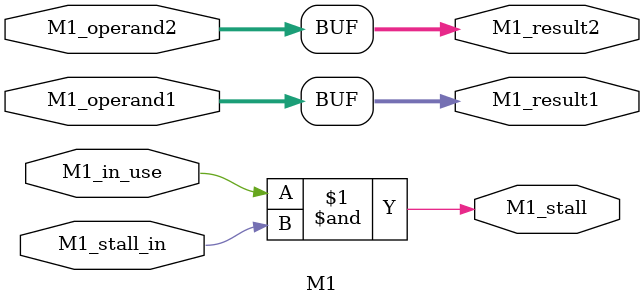
<source format=v>
module M1 #(parameter OPERAND_SIZE=32) (
    input [OPERAND_SIZE-1:0]  M1_operand1,
    input [OPERAND_SIZE-1:0]  M1_operand2,

    output [OPERAND_SIZE-1:0] M1_result1,
    output [OPERAND_SIZE-1:0] M1_result2,

    input M1_stall_in,
    output M1_stall,
    input M1_in_use);

    assign M1_result1 = M1_operand1;
    assign M1_result2 = M1_operand2;

    assign M1_stall= M1_in_use & M1_stall_in;

endmodule

</source>
